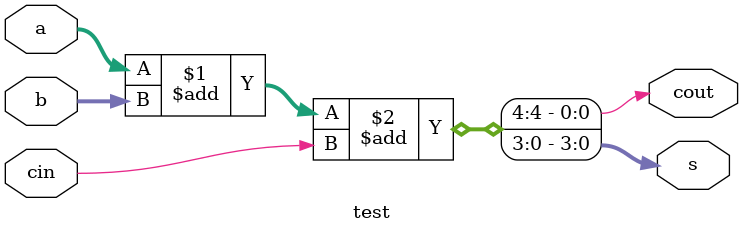
<source format=v>
module test(a,b,cin,s,cout);
    output cout;
    output [3:0]s;
    input [3:0] a,b;
    input cin;
    assign {cout,s}=a+b+cin;
endmodule
</source>
